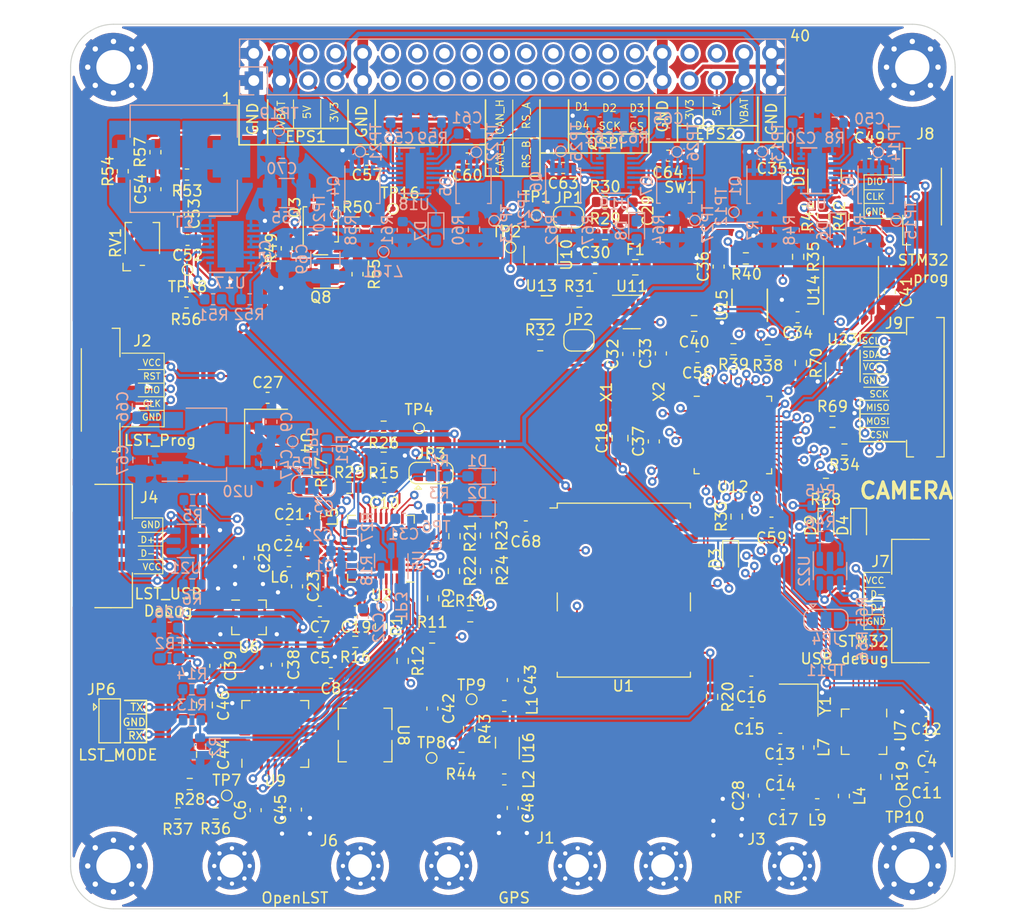
<source format=kicad_pcb>
(kicad_pcb (version 20211014) (generator pcbnew)

  (general
    (thickness 0.986)
  )

  (paper "A4")
  (layers
    (0 "F.Cu" power)
    (1 "In1.Cu" mixed)
    (2 "In2.Cu" mixed)
    (31 "B.Cu" power)
    (32 "B.Adhes" user "B.Adhesive")
    (33 "F.Adhes" user "F.Adhesive")
    (34 "B.Paste" user)
    (35 "F.Paste" user)
    (36 "B.SilkS" user "B.Silkscreen")
    (37 "F.SilkS" user "F.Silkscreen")
    (38 "B.Mask" user)
    (39 "F.Mask" user)
    (40 "Dwgs.User" user "User.Drawings")
    (41 "Cmts.User" user "User.Comments")
    (42 "Eco1.User" user "User.Eco1")
    (43 "Eco2.User" user "User.Eco2")
    (44 "Edge.Cuts" user)
    (45 "Margin" user)
    (46 "B.CrtYd" user "B.Courtyard")
    (47 "F.CrtYd" user "F.Courtyard")
    (48 "B.Fab" user)
    (49 "F.Fab" user)
    (50 "User.1" user)
    (51 "User.2" user)
    (52 "User.3" user)
    (53 "User.4" user)
    (54 "User.5" user)
    (55 "User.6" user)
    (56 "User.7" user)
    (57 "User.8" user)
    (58 "User.9" user)
  )

  (setup
    (stackup
      (layer "F.SilkS" (type "Top Silk Screen"))
      (layer "F.Paste" (type "Top Solder Paste"))
      (layer "F.Mask" (type "Top Solder Mask") (thickness 0.01))
      (layer "F.Cu" (type "copper") (thickness 0.018))
      (layer "dielectric 1" (type "core") (thickness 0.175) (material "FR4") (epsilon_r 4.5) (loss_tangent 0.02))
      (layer "In1.Cu" (type "copper") (thickness 0.035))
      (layer "dielectric 2" (type "prepreg") (thickness 0.51) (material "FR4") (epsilon_r 4.5) (loss_tangent 0.02))
      (layer "In2.Cu" (type "copper") (thickness 0.035))
      (layer "dielectric 3" (type "core") (thickness 0.175) (material "FR4") (epsilon_r 4.5) (loss_tangent 0.02))
      (layer "B.Cu" (type "copper") (thickness 0.018))
      (layer "B.Mask" (type "Bottom Solder Mask") (thickness 0.01))
      (layer "B.Paste" (type "Bottom Solder Paste"))
      (layer "B.SilkS" (type "Bottom Silk Screen"))
      (copper_finish "None")
      (dielectric_constraints no)
    )
    (pad_to_mask_clearance 0)
    (pcbplotparams
      (layerselection 0x00010fc_ffffffff)
      (disableapertmacros false)
      (usegerberextensions false)
      (usegerberattributes true)
      (usegerberadvancedattributes true)
      (creategerberjobfile true)
      (svguseinch false)
      (svgprecision 6)
      (excludeedgelayer true)
      (plotframeref false)
      (viasonmask false)
      (mode 1)
      (useauxorigin false)
      (hpglpennumber 1)
      (hpglpenspeed 20)
      (hpglpendiameter 15.000000)
      (dxfpolygonmode true)
      (dxfimperialunits true)
      (dxfusepcbnewfont true)
      (psnegative false)
      (psa4output false)
      (plotreference true)
      (plotvalue true)
      (plotinvisibletext false)
      (sketchpadsonfab false)
      (subtractmaskfromsilk false)
      (outputformat 1)
      (mirror false)
      (drillshape 1)
      (scaleselection 1)
      (outputdirectory "")
    )
  )

  (net 0 "")
  (net 1 "Net-(C1-Pad1)")
  (net 2 "GND")
  (net 3 "+3V3")
  (net 4 "/OpenLST (Beacon)/PA_VAPC")
  (net 5 "+3V8")
  (net 6 "/OpenLST (Beacon)/VDD_USB_LST")
  (net 7 "Net-(C12-Pad1)")
  (net 8 "Net-(C13-Pad2)")
  (net 9 "Net-(C15-Pad1)")
  (net 10 "Net-(C16-Pad1)")
  (net 11 "Net-(C17-Pad1)")
  (net 12 "Net-(C17-Pad2)")
  (net 13 "/MCU/MCU_POWER")
  (net 14 "Net-(C19-Pad1)")
  (net 15 "/3V3 power share/VCC_EN")
  (net 16 "Net-(C21-Pad2)")
  (net 17 "Net-(C22-Pad1)")
  (net 18 "Net-(C23-Pad2)")
  (net 19 "Net-(C24-Pad1)")
  (net 20 "Net-(C24-Pad2)")
  (net 21 "Net-(C25-Pad2)")
  (net 22 "Net-(C26-Pad1)")
  (net 23 "Net-(C29-Pad1)")
  (net 24 "/3V3 power share/EPS#1")
  (net 25 "Net-(C35-Pad2)")
  (net 26 "Net-(C38-Pad1)")
  (net 27 "Net-(C38-Pad2)")
  (net 28 "Net-(C39-Pad1)")
  (net 29 "Net-(C39-Pad2)")
  (net 30 "/MCU/VREF")
  (net 31 "Net-(C42-Pad1)")
  (net 32 "Net-(C43-Pad1)")
  (net 33 "Net-(C43-Pad2)")
  (net 34 "Net-(C45-Pad1)")
  (net 35 "Net-(C45-Pad2)")
  (net 36 "Net-(C48-Pad1)")
  (net 37 "Net-(C48-Pad2)")
  (net 38 "Net-(C49-Pad1)")
  (net 39 "/3V3 power share/EPS#2")
  (net 40 "Net-(C50-Pad1)")
  (net 41 "VIN")
  (net 42 "Net-(C52-Pad1)")
  (net 43 "Net-(C52-Pad2)")
  (net 44 "Net-(C53-Pad1)")
  (net 45 "Net-(C54-Pad1)")
  (net 46 "/Power Convertor/VBAT1/VCC_EN")
  (net 47 "/Power Convertor/EPS#1_VBAT")
  (net 48 "Net-(C57-Pad2)")
  (net 49 "Net-(C60-Pad1)")
  (net 50 "/Power Convertor/EPS#2_VBAT")
  (net 51 "Net-(C61-Pad1)")
  (net 52 "/5V power share/VCC_EN")
  (net 53 "/5V power share/EPS#1")
  (net 54 "Net-(C63-Pad2)")
  (net 55 "Net-(C64-Pad1)")
  (net 56 "/5V power share/EPS#2")
  (net 57 "Net-(C65-Pad1)")
  (net 58 "/OpenLST (Beacon)/USB_POWER_LST")
  (net 59 "Net-(D1-Pad2)")
  (net 60 "Net-(D2-Pad2)")
  (net 61 "Net-(D3-Pad1)")
  (net 62 "Net-(D4-Pad1)")
  (net 63 "/MCU/CAN_L")
  (net 64 "/MCU/CAN_H")
  (net 65 "Net-(D6-Pad1)")
  (net 66 "Net-(D6-Pad2)")
  (net 67 "Net-(D7-Pad1)")
  (net 68 "Net-(D7-Pad2)")
  (net 69 "Net-(D8-Pad1)")
  (net 70 "Net-(D8-Pad2)")
  (net 71 "Net-(D9-Pad1)")
  (net 72 "Net-(F1-Pad2)")
  (net 73 "Net-(FB1-Pad1)")
  (net 74 "/OpenLST (Beacon)/PROG_DD")
  (net 75 "/OpenLST (Beacon)/PROG_DC")
  (net 76 "/OpenLST (Beacon)/~{LST_RESET}")
  (net 77 "/MCU/USB_POWER")
  (net 78 "/MCU/SWCLK")
  (net 79 "/MCU/SWDIO")
  (net 80 "/MCU/QSPI_D1{slash}CAM_CSN")
  (net 81 "/MCU/QSPI_D2{slash}CAM_MOSI")
  (net 82 "/MCU/QSPI_D3{slash}CAM_MISO")
  (net 83 "/MCU/CAM_SCK")
  (net 84 "+5V")
  (net 85 "/I2C_SDA")
  (net 86 "/I2C_SCL")
  (net 87 "unconnected-(J12-Pad6)")
  (net 88 "unconnected-(J12-Pad8)")
  (net 89 "unconnected-(J12-Pad11)")
  (net 90 "unconnected-(J12-Pad12)")
  (net 91 "unconnected-(J12-Pad13)")
  (net 92 "unconnected-(J12-Pad14)")
  (net 93 "unconnected-(J12-Pad15)")
  (net 94 "unconnected-(J12-Pad16)")
  (net 95 "unconnected-(J12-Pad17)")
  (net 96 "unconnected-(J12-Pad18)")
  (net 97 "/MCU/RS_485_~{B}")
  (net 98 "/MCU/RS_485_A")
  (net 99 "unconnected-(J12-Pad23)")
  (net 100 "unconnected-(J12-Pad24)")
  (net 101 "/MCU/QSPI_D0")
  (net 102 "/MCU/QSPI_SCK")
  (net 103 "/MCU/QSPI_NCS")
  (net 104 "unconnected-(J12-Pad34)")
  (net 105 "unconnected-(J12-Pad36)")
  (net 106 "Net-(JP1-Pad1)")
  (net 107 "/MCU/NRST")
  (net 108 "Net-(JP2-Pad1)")
  (net 109 "Net-(JP2-Pad2)")
  (net 110 "/OpenLST (Beacon)/RF_EN")
  (net 111 "/OpenLST (Beacon)/RF_EN_MCU")
  (net 112 "/OpenLST (Beacon)/RF_PWR_EN")
  (net 113 "Net-(JP4-Pad3)")
  (net 114 "/MCU/VDD_USB")
  (net 115 "Net-(L3-Pad1)")
  (net 116 "Net-(L3-Pad2)")
  (net 117 "Net-(L4-Pad1)")
  (net 118 "Net-(L4-Pad2)")
  (net 119 "Net-(Q1-Pad5)")
  (net 120 "Net-(Q1-Pad4)")
  (net 121 "Net-(Q2-Pad4)")
  (net 122 "Net-(Q2-Pad5)")
  (net 123 "Net-(Q3-Pad4)")
  (net 124 "Net-(Q3-Pad5)")
  (net 125 "Net-(Q4-Pad5)")
  (net 126 "Net-(Q4-Pad4)")
  (net 127 "Net-(Q5-Pad4)")
  (net 128 "Net-(Q5-Pad5)")
  (net 129 "Net-(Q6-Pad5)")
  (net 130 "Net-(Q6-Pad4)")
  (net 131 "Net-(Q7-Pad4)")
  (net 132 "Net-(Q7-Pad5)")
  (net 133 "/OpenLST (Beacon)/~{LST_RX_MODE}")
  (net 134 "/OpenLST (Beacon)/LST_TX_MODE")
  (net 135 "Net-(R3-Pad2)")
  (net 136 "Net-(R4-Pad2)")
  (net 137 "Net-(R5-Pad1)")
  (net 138 "/OpenLST (Beacon)/USB_N")
  (net 139 "/OpenLST (Beacon)/USB_P")
  (net 140 "Net-(R6-Pad2)")
  (net 141 "Net-(R8-Pad2)")
  (net 142 "Net-(R9-Pad1)")
  (net 143 "/OpenLST (Beacon)/UART0_CTS")
  (net 144 "Net-(R10-Pad1)")
  (net 145 "/OpenLST (Beacon)/UART0_RTS")
  (net 146 "Net-(R11-Pad1)")
  (net 147 "/OpenLST (Beacon)/UART0_RX")
  (net 148 "Net-(R12-Pad1)")
  (net 149 "/OpenLST (Beacon)/UART0_TX")
  (net 150 "Net-(R15-Pad2)")
  (net 151 "Net-(R16-Pad2)")
  (net 152 "Net-(R17-Pad1)")
  (net 153 "Net-(R17-Pad2)")
  (net 154 "Net-(R19-Pad2)")
  (net 155 "/OpenLST (Beacon)/AN0")
  (net 156 "/OpenLST (Beacon)/AN1")
  (net 157 "Net-(R25-Pad2)")
  (net 158 "/OpenLST (Beacon)/RF_BYP")
  (net 159 "Net-(R32-Pad1)")
  (net 160 "/MCU/LED2")
  (net 161 "/MCU/CAN_RS")
  (net 162 "/MCU/RS_485_R_EN")
  (net 163 "/MCU/RS_485_T_EN")
  (net 164 "Net-(R43-Pad2)")
  (net 165 "Net-(R44-Pad1)")
  (net 166 "Net-(R44-Pad2)")
  (net 167 "Net-(R45-Pad1)")
  (net 168 "/MCU/USB_N")
  (net 169 "/MCU/USB_P")
  (net 170 "Net-(R46-Pad2)")
  (net 171 "Net-(R51-Pad2)")
  (net 172 "Net-(R52-Pad1)")
  (net 173 "Net-(R54-Pad2)")
  (net 174 "Net-(R59-Pad2)")
  (net 175 "Net-(R63-Pad2)")
  (net 176 "unconnected-(U1-Pad1)")
  (net 177 "unconnected-(U1-Pad3)")
  (net 178 "/GPS Module/IRQ")
  (net 179 "unconnected-(U1-Pad5)")
  (net 180 "unconnected-(U1-Pad6)")
  (net 181 "/GPS Module/RESET")
  (net 182 "unconnected-(U1-Pad15)")
  (net 183 "unconnected-(U1-Pad16)")
  (net 184 "unconnected-(U1-Pad17)")
  (net 185 "/GPS Module/TXD")
  (net 186 "/GPS Module/RXD")
  (net 187 "unconnected-(U2-Pad8)")
  (net 188 "unconnected-(U2-Pad18)")
  (net 189 "unconnected-(U2-Pad20)")
  (net 190 "/MCU/NRF_CE")
  (net 191 "/MCU/NRF_SPI_CSN")
  (net 192 "/MCU/NRF_SPI_SCK")
  (net 193 "/MCU/NRF_SPI_MOSI")
  (net 194 "/MCU/NRF_SPI_MISO")
  (net 195 "/MCU/NRF_IRQ")
  (net 196 "Net-(U8-Pad2)")
  (net 197 "Net-(U8-Pad6)")
  (net 198 "unconnected-(U9-Pad14)")
  (net 199 "unconnected-(U9-Pad16)")
  (net 200 "unconnected-(U9-Pad25)")
  (net 201 "unconnected-(U10-Pad3)")
  (net 202 "/MCU/WDG_RESET")
  (net 203 "unconnected-(U11-Pad3)")
  (net 204 "unconnected-(U12-Pad1)")
  (net 205 "/MCU/LSE")
  (net 206 "/MCU/HSE")
  (net 207 "/MCU/CAN_RX")
  (net 208 "/MCU/CAN_TX")
  (net 209 "unconnected-(U13-Pad3)")
  (net 210 "/MCU/RS_485_R")
  (net 211 "/MCU/RS_485_T")
  (net 212 "unconnected-(U15-Pad7)")
  (net 213 "Net-(JP6-Pad3)")
  (net 214 "/camera/CAM_VCC")
  (net 215 "Net-(R70-Pad1)")
  (net 216 "Net-(J4-Pad2)")
  (net 217 "Net-(J4-Pad3)")
  (net 218 "Net-(J7-Pad2)")
  (net 219 "Net-(J7-Pad3)")
  (net 220 "Net-(JP6-Pad1)")
  (net 221 "unconnected-(X1-Pad1)")

  (footprint "Capacitor_SMD:C_0805_2012Metric_Pad1.18x1.45mm_HandSolder" (layer "F.Cu") (at 143.1544 71.9044))

  (footprint "TCY_Buttons:KMT031NGJLHS" (layer "F.Cu") (at 141.8844 61.5881))

  (footprint "Resistor_SMD:R_0603_1608Metric" (layer "F.Cu") (at 98.5276 117.602))

  (footprint "Resistor_SMD:R_0603_1608Metric" (layer "F.Cu") (at 158.115 61.9252 -90))

  (footprint "Package_DFN_QFN:QFN-20-1EP_4x4mm_P0.5mm_EP2.5x2.5mm" (layer "F.Cu") (at 159.004 109.982 -90))

  (footprint "MountingHole:MountingHole_3.2mm_M3_Pad_Via" (layer "F.Cu") (at 163.5 122.5))

  (footprint "Resistor_SMD:R_0603_1608Metric" (layer "F.Cu") (at 120.8024 91.7448 90))

  (footprint "Capacitor_SMD:C_0603_1608Metric" (layer "F.Cu") (at 98.4905 103.8352 -90))

  (footprint "Resistor_SMD:R_0603_1608Metric" (layer "F.Cu") (at 147.9804 65.8368 180))

  (footprint "Inductor_SMD:L_0603_1608Metric" (layer "F.Cu") (at 107.7976 89.9668 -90))

  (footprint "Resistor_SMD:R_0603_1608Metric" (layer "F.Cu") (at 121.4628 112.4204))

  (footprint "MountingHole:MountingHole_3.2mm_M3_Pad_Via" (layer "F.Cu") (at 89 48))

  (footprint "Capacitor_SMD:C_0603_1608Metric" (layer "F.Cu") (at 105.41 88.2396))

  (footprint "TCY_Connector:Amphenol 10114830-11104LF 1x04 Vertical" (layer "F.Cu") (at 88.265 92.6592 -90))

  (footprint "Capacitor_SMD:C_0603_1608Metric" (layer "F.Cu") (at 127.4572 90.8304 180))

  (footprint "Capacitor_SMD:C_0603_1608Metric" (layer "F.Cu") (at 152.8064 71.3232 180))

  (footprint "Resistor_SMD:R_0603_1608Metric" (layer "F.Cu") (at 153.1112 75.5904 -90))

  (footprint "Capacitor_SMD:C_0603_1608Metric" (layer "F.Cu") (at 114.2492 87.2236 180))

  (footprint "Inductor_SMD:L_0603_1608Metric" (layer "F.Cu") (at 125.45 114.427 180))

  (footprint "RF_GPS:ublox_NEO" (layer "F.Cu") (at 136.6012 96.774))

  (footprint "Package_TO_SOT_SMD:SOT-23-6_Handsoldering" (layer "F.Cu") (at 157.0228 76.454 -90))

  (footprint "Capacitor_SMD:C_0603_1608Metric" (layer "F.Cu") (at 108.2548 98.7792 180))

  (footprint "Inductor_SMD:L_0603_1608Metric" (layer "F.Cu") (at 105.156 64.897 90))

  (footprint "Resistor_SMD:R_0603_1608Metric" (layer "F.Cu") (at 161.0868 114.1984 90))

  (footprint "Jumper:SolderJumper-2_P1.3mm_Open_RoundedPad1.0x1.5mm" (layer "F.Cu") (at 132.4108 73.4753 180))

  (footprint "Capacitor_SMD:C_0603_1608Metric" (layer "F.Cu") (at 118.745 107.823 -90))

  (footprint "Jumper:SolderJumper-2_P1.3mm_Open_RoundedPad1.0x1.5mm" (layer "F.Cu") (at 131.4456 61.9945))

  (footprint "Inductor_SMD:L_0603_1608Metric" (layer "F.Cu") (at 95.8596 58.0136))

  (footprint "Capacitor_SMD:C_0603_1608Metric" (layer "F.Cu") (at 133.9218 66.7189))

  (footprint "Capacitor_SMD:C_0603_1608Metric" (layer "F.Cu") (at 126.24 105.156 -90))

  (footprint "Capacitor_SMD:C_0603_1608Metric" (layer "F.Cu") (at 151.1938 113.538))

  (footprint "MountingHole:MountingHole_3.2mm_M3_Pad_Via" (layer "F.Cu") (at 163.5 48))

  (footprint "Resistor_SMD:R_0603_1608Metric" (layer "F.Cu") (at 111.5568 101.6 180))

  (footprint "Resistor_SMD:R_0603_1608Metric" (layer "F.Cu") (at 118.8212 97.536 -90))

  (footprint "Resistor_SMD:R_0603_1608Metric" (layer "F.Cu") (at 134.8492 60.5721))

  (footprint "Resistor_SMD:R_0603_1608Metric" (layer "F.Cu") (at 157.1752 83.6676 180))

  (footprint "Capacitor_SMD:C_0603_1608Metric" (layer "F.Cu") (at 122.0216 56.515))

  (footprint "TCY_Connector:TestPoint_Pad_D0.5mm" (layer "F.Cu") (at 122.4026 106.947))

  (footprint "Resistor_SMD:R_0603_1608Metric" (layer "F.Cu") (at 123.7488 94.996 90))

  (footprint "Resistor_SMD:R_0603_1608Metric" (layer "F.Cu") (at 115.9764 103.378 -90))

  (footprint "Capacitor_SMD:C_0603_1608Metric" (layer "F.Cu") (at 139.3952 82.9056 90))

  (footprint "Resistor_SMD:R_0603_1608Metric" (layer "F.Cu") (at 110.998 87.2236))

  (footprint "Resistor_SMD:R_0603_1608Metric" (layer "F.Cu") (at 113.9444 100.1268 90))

  (footprint "footprints:iPEX" (layer "F.Cu") (at 146.25 122.5 180))

  (footprint "Capacitor_SMD:C_0603_1608Metric" (layer "F.Cu") (at 148.717 115.938 90))

  (footprint "Capacitor_SMD:C_0603_1608Metric" (layer "F.Cu") (at 164.846 114.2492 180))

  (footprint "Capacitor_SMD:C_0603_1608Metric" (layer "F.Cu") (at 112.649 56.642))

  (footprint "Inductor_SMD:L_0603_1608Metric" (layer "F.Cu") (at 153.8224 111.4552 -90))

  (footprint "Capacitor_SMD:C_0603_1608Metric" (layer "F.Cu") (at 137.414 61.3849 -90))

  (footprint "Capacitor_SMD:C_0603_1608Metric" (layer "F.Cu") (at 159.517223 56.0263))

  (footprint "Resistor_SMD:R_0603_1608Metric" (layer "F.Cu") (at 144.8308 106.7308 90))

  (footprint "Resistor_SMD:R_0603_1608Metric" (layer "F.Cu") (at 120.7516 94.996 90))

  (footprint "footprints:iPEX" (layer "F.Cu") (at 106 122.5 180))

  (footprint "Capacitor_SMD:C_0603_1608Metric" (layer "F.Cu") (at 105.3084 91.186 180))

  (footprint "TCY_Connector:TestPoint_Pad_D0.5mm" (layer "F.Cu") (at 117.5004 81.6864))

  (footprint "Package_DFN_QFN:DFN-10-1EP_3x3mm_P0.5mm_EP1.55x2.48mm" (layer "F.Cu")
    (tedit 5EA4BECA) (tstamp 64263d5c-9427-4c92-a73a-afe8e63e20fb)
    (at 148.336 70.2056 90)
    (descr "10-Lead Plastic Dual Flat, No Lead Package (MF) - 3x3x0.9 mm Body [DFN] (see Microchip Packaging Specification 00000049BS.pdf)")
    (tags "DFN 0.5")
    (property "Sheetfile" "mcu_comm.kicad_sch")
    (property "Sheetname" "MCU")
    (path "/81a5172c-b171-400d-8856-41d6e486bdd1/a66e8b44-b972-4f7b-ba80-f64e58de1944")
    (attr smd)
    (fp_text reference "U15" (at 0 -2.575 90) (layer "F.SilkS")
      (effects (font (size 1 1) (thickness 0.15)))
      (tstamp af58d6aa-33e4-4da2-8ea3-2304125e31c0)
    )
    (fp_text value "MAX13430ETB+" (at 0 2.575 90) (layer "F.Fab")
      (effects (font (size 1 1) (thickness 0.15)))
      (tstamp 94937ca0-c1d9-424d-88cf-010fb503f8a5)
    )
    (fp_text user "${REFERENCE}" (at 0 0 90) (layer "F.Fab")
      (effects (font (size 0.7 0.7) (thickness 0.105)))
      (tstamp 67a55320-79e2-4952-9d6a-671cbdcfc9f7)
    )
    (fp_line (start -1.5 1.65) (end 1.5 1.65) (layer "F.SilkS") (width 0.15) (tstamp 47b3834c-8a87-4af3-9143-c88b9cd89304))
    (fp_line (start 0 -1.65) (end 1.5 -1.65) (layer "F.SilkS") (width 0.15) (tstamp adc74667-5dec-4b95-9d35-ffc7db9ad260))
    (fp_line (start -2.15 -1.85) (end -2.15 1.85) (layer "F.CrtYd") (width 0.05) (tstamp 20c401b1-c1bb-42cd-8ef2-fd89663a6cf3))
    (fp_line (start -2.15 1.85) (end 2.15 1.85) (layer "F.CrtYd") (width 0.05) (tstamp a7098063-91db-4dae-8c97-631051e8de0e))
    (fp_line (start 2.15 -1.85) (end 2.15 1.85) (layer "F.CrtYd") (width 0.05) (tstamp d1594cc0-0357-4de5-8d76-bb3a044297b2))
    (fp_line (start -2.15 -1.85) (end 2.15 -1.85) (layer "F.CrtYd") (width 0.05) (tstamp d500cfb3-be5f-4c90-8432-d0e5e29eda2a))
    (fp_line (start -1.5 -0.5) (end -0.5 -1.5) (layer "F.Fab") (width 0.15) (tstamp 4013842c-f594-4f18-a07a-785be971cdaf))
    (fp_line (start -1.5 1.5) (end -1.5 -0.5) (layer "F.Fab") (width 0.15) (tstamp 68cc97a1-6c76-411f-a28b-36162918d55d))
    (fp_line (start 1.5 1.5) (end -1.5 1.5) (layer "F.Fab") (width 0.15) (tstamp 6a2b63d3-b52c-4af8-b72e-63fe811d3d24))
    (fp_line (start 1.5 -1.5) (end 1.5 1.5) (layer "F.Fab") (width 0.15) (tstamp b6b0b082-3ad5-486d-9247-7e4db31838ef))
    (fp_line (start -0.5 -1.5) (end 1.5 -1.5) (layer "F.Fab") (width 0.15) (tstamp c40a33aa-f777-4109-9efd-12123c039897))
    (pad "" smd rect locked (at 0.3875 0.62 90) (size 0.6 1.05) (layers "F.Paste") (tstamp 13432df8-5be2-422d-b431-13bedccbff4d))
    (pad "" smd rect locked (at -0.3875 -0.62 90) (size 0.6 1.05) (layers "F.Paste") (tstamp 4be9d67c-a6f3-435e-8133-0f53bd74a878))
    (pad "" smd rect locked (at -0.3875 0.62 90) (size 0.6 1.05) (layers "F.Paste") (tstamp 5d69c2f3-acbd-4c54-bda2-b7785c2010cf))
    (pad "" smd rect locked (at 0.3875 -0.62 
... [3700543 chars truncated]
</source>
